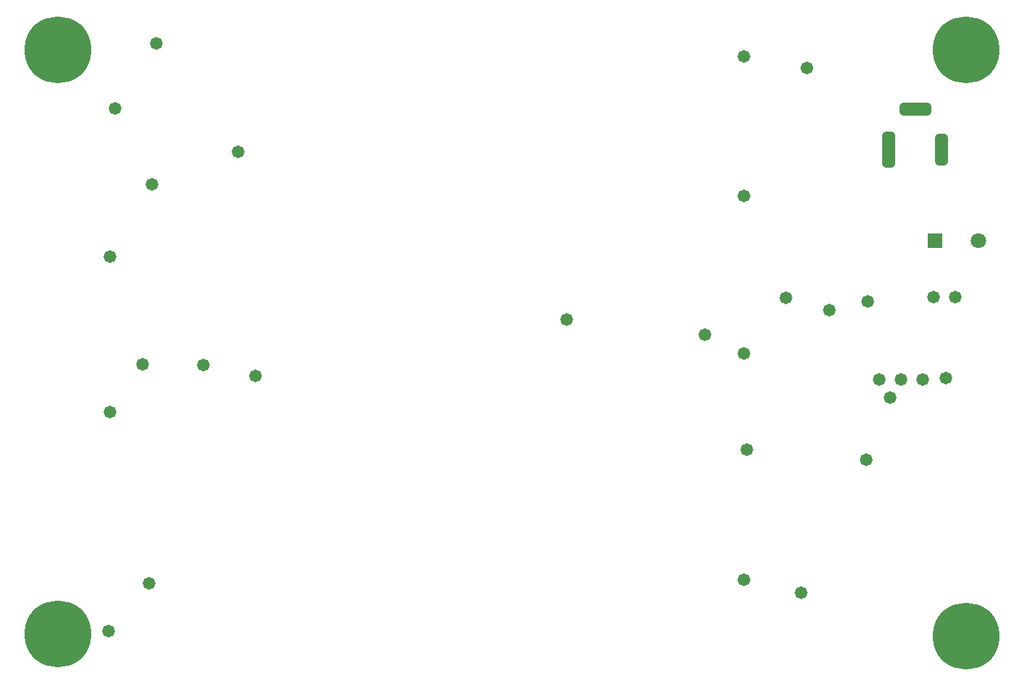
<source format=gbs>
G04*
G04 #@! TF.GenerationSoftware,Altium Limited,Altium Designer,20.1.12 (249)*
G04*
G04 Layer_Color=16711935*
%FSLAX25Y25*%
%MOIN*%
G70*
G04*
G04 #@! TF.SameCoordinates,443F414F-3E78-418D-B976-00322DCCCCD1*
G04*
G04*
G04 #@! TF.FilePolarity,Negative*
G04*
G01*
G75*
%ADD29C,0.05800*%
G04:AMPARAMS|DCode=38|XSize=145.8mil|YSize=59.18mil|CornerRadius=16.8mil|HoleSize=0mil|Usage=FLASHONLY|Rotation=0.000|XOffset=0mil|YOffset=0mil|HoleType=Round|Shape=RoundedRectangle|*
%AMROUNDEDRECTD38*
21,1,0.14580,0.02559,0,0,0.0*
21,1,0.11221,0.05918,0,0,0.0*
1,1,0.03359,0.05610,-0.01280*
1,1,0.03359,-0.05610,-0.01280*
1,1,0.03359,-0.05610,0.01280*
1,1,0.03359,0.05610,0.01280*
%
%ADD38ROUNDEDRECTD38*%
G04:AMPARAMS|DCode=39|XSize=145.8mil|YSize=59.18mil|CornerRadius=16.8mil|HoleSize=0mil|Usage=FLASHONLY|Rotation=270.000|XOffset=0mil|YOffset=0mil|HoleType=Round|Shape=RoundedRectangle|*
%AMROUNDEDRECTD39*
21,1,0.14580,0.02559,0,0,270.0*
21,1,0.11221,0.05918,0,0,270.0*
1,1,0.03359,-0.01280,-0.05610*
1,1,0.03359,-0.01280,0.05610*
1,1,0.03359,0.01280,0.05610*
1,1,0.03359,0.01280,-0.05610*
%
%ADD39ROUNDEDRECTD39*%
G04:AMPARAMS|DCode=40|XSize=165.48mil|YSize=59.18mil|CornerRadius=16.8mil|HoleSize=0mil|Usage=FLASHONLY|Rotation=270.000|XOffset=0mil|YOffset=0mil|HoleType=Round|Shape=RoundedRectangle|*
%AMROUNDEDRECTD40*
21,1,0.16548,0.02559,0,0,270.0*
21,1,0.13189,0.05918,0,0,270.0*
1,1,0.03359,-0.01280,-0.06594*
1,1,0.03359,-0.01280,0.06594*
1,1,0.03359,0.01280,0.06594*
1,1,0.03359,0.01280,-0.06594*
%
%ADD40ROUNDEDRECTD40*%
%ADD41C,0.07099*%
%ADD42R,0.07099X0.07099*%
%ADD43C,0.30800*%
D29*
X578000Y460000D02*
D03*
X604500Y212500D02*
D03*
X579500Y278500D02*
D03*
X560000Y331500D02*
D03*
X353000Y312500D02*
D03*
X307500Y466000D02*
D03*
X286000Y367500D02*
D03*
X301000Y318000D02*
D03*
X304000Y217000D02*
D03*
X635000Y347000D02*
D03*
X675500Y349000D02*
D03*
X660500Y311000D02*
D03*
X665500Y349000D02*
D03*
X634500Y274000D02*
D03*
X640500Y311000D02*
D03*
X617500Y343000D02*
D03*
X650500Y311000D02*
D03*
X671000Y311500D02*
D03*
X645500Y302500D02*
D03*
X305500Y401000D02*
D03*
X597500Y348500D02*
D03*
X496500Y338500D02*
D03*
X607000Y454500D02*
D03*
X329000Y317519D02*
D03*
X288500Y436000D02*
D03*
X578000Y218500D02*
D03*
X285500Y195000D02*
D03*
X286000Y296000D02*
D03*
X345000Y416000D02*
D03*
X578000Y323000D02*
D03*
Y395500D02*
D03*
D38*
X657189Y435504D02*
D03*
D39*
X669000Y417000D02*
D03*
D40*
X644591D02*
D03*
D41*
X686000Y375000D02*
D03*
D42*
X666000D02*
D03*
D43*
X680500Y192500D02*
D03*
Y463000D02*
D03*
X262000Y193500D02*
D03*
Y463000D02*
D03*
M02*

</source>
